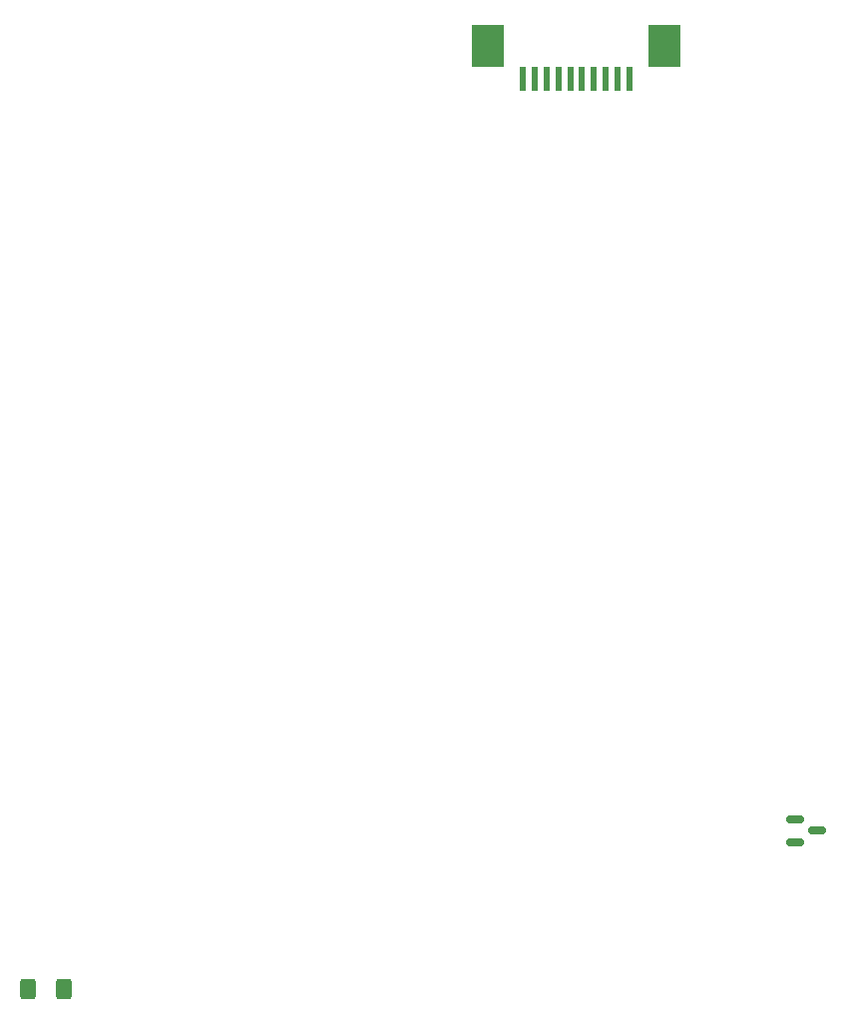
<source format=gtp>
G04 #@! TF.GenerationSoftware,KiCad,Pcbnew,7.0.5*
G04 #@! TF.CreationDate,2023-08-10T19:34:01+02:00*
G04 #@! TF.ProjectId,Siguelineas,53696775-656c-4696-9e65-61732e6b6963,rev?*
G04 #@! TF.SameCoordinates,Original*
G04 #@! TF.FileFunction,Paste,Top*
G04 #@! TF.FilePolarity,Positive*
%FSLAX46Y46*%
G04 Gerber Fmt 4.6, Leading zero omitted, Abs format (unit mm)*
G04 Created by KiCad (PCBNEW 7.0.5) date 2023-08-10 19:34:01*
%MOMM*%
%LPD*%
G01*
G04 APERTURE LIST*
G04 Aperture macros list*
%AMRoundRect*
0 Rectangle with rounded corners*
0 $1 Rounding radius*
0 $2 $3 $4 $5 $6 $7 $8 $9 X,Y pos of 4 corners*
0 Add a 4 corners polygon primitive as box body*
4,1,4,$2,$3,$4,$5,$6,$7,$8,$9,$2,$3,0*
0 Add four circle primitives for the rounded corners*
1,1,$1+$1,$2,$3*
1,1,$1+$1,$4,$5*
1,1,$1+$1,$6,$7*
1,1,$1+$1,$8,$9*
0 Add four rect primitives between the rounded corners*
20,1,$1+$1,$2,$3,$4,$5,0*
20,1,$1+$1,$4,$5,$6,$7,0*
20,1,$1+$1,$6,$7,$8,$9,0*
20,1,$1+$1,$8,$9,$2,$3,0*%
G04 Aperture macros list end*
%ADD10RoundRect,0.150000X-0.587500X-0.150000X0.587500X-0.150000X0.587500X0.150000X-0.587500X0.150000X0*%
%ADD11RoundRect,0.250000X0.400000X0.625000X-0.400000X0.625000X-0.400000X-0.625000X0.400000X-0.625000X0*%
%ADD12R,2.680000X3.600000*%
%ADD13R,0.610000X2.000000*%
G04 APERTURE END LIST*
D10*
X163068000Y-113517600D03*
X163068000Y-115417600D03*
X164943000Y-114467600D03*
D11*
X101042400Y-127914400D03*
X97942400Y-127914400D03*
D12*
X136985200Y-47865400D03*
X151965200Y-47865400D03*
D13*
X139975200Y-50665400D03*
X140975200Y-50665400D03*
X141975200Y-50665400D03*
X142975200Y-50665400D03*
X143975200Y-50665400D03*
X144975200Y-50665400D03*
X145975200Y-50665400D03*
X146975200Y-50665400D03*
X147975200Y-50665400D03*
X148975200Y-50665400D03*
M02*

</source>
